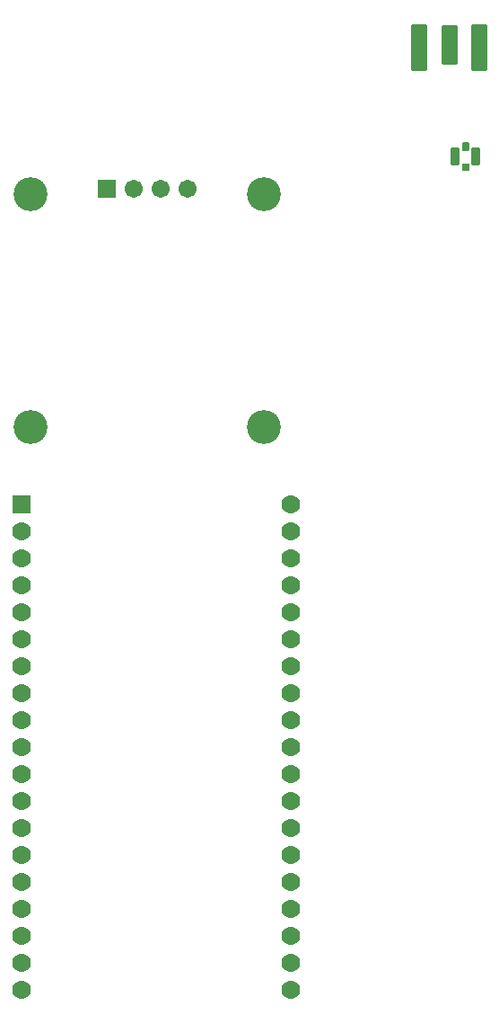
<source format=gbr>
%TF.GenerationSoftware,KiCad,Pcbnew,8.0.8*%
%TF.CreationDate,2025-03-27T02:04:05-07:00*%
%TF.ProjectId,basicPCB,62617369-6350-4434-922e-6b696361645f,rev?*%
%TF.SameCoordinates,Original*%
%TF.FileFunction,Soldermask,Top*%
%TF.FilePolarity,Negative*%
%FSLAX46Y46*%
G04 Gerber Fmt 4.6, Leading zero omitted, Abs format (unit mm)*
G04 Created by KiCad (PCBNEW 8.0.8) date 2025-03-27 02:04:05*
%MOMM*%
%LPD*%
G01*
G04 APERTURE LIST*
G04 Aperture macros list*
%AMRoundRect*
0 Rectangle with rounded corners*
0 $1 Rounding radius*
0 $2 $3 $4 $5 $6 $7 $8 $9 X,Y pos of 4 corners*
0 Add a 4 corners polygon primitive as box body*
4,1,4,$2,$3,$4,$5,$6,$7,$8,$9,$2,$3,0*
0 Add four circle primitives for the rounded corners*
1,1,$1+$1,$2,$3*
1,1,$1+$1,$4,$5*
1,1,$1+$1,$6,$7*
1,1,$1+$1,$8,$9*
0 Add four rect primitives between the rounded corners*
20,1,$1+$1,$2,$3,$4,$5,0*
20,1,$1+$1,$4,$5,$6,$7,0*
20,1,$1+$1,$6,$7,$8,$9,0*
20,1,$1+$1,$8,$9,$2,$3,0*%
G04 Aperture macros list end*
%ADD10RoundRect,0.102000X-0.780000X-0.780000X0.780000X-0.780000X0.780000X0.780000X-0.780000X0.780000X0*%
%ADD11C,1.764000*%
%ADD12RoundRect,0.102000X0.635000X1.800000X-0.635000X1.800000X-0.635000X-1.800000X0.635000X-1.800000X0*%
%ADD13RoundRect,0.102000X0.675000X2.100000X-0.675000X2.100000X-0.675000X-2.100000X0.675000X-2.100000X0*%
%ADD14RoundRect,0.102000X0.250000X0.325000X-0.250000X0.325000X-0.250000X-0.325000X0.250000X-0.325000X0*%
%ADD15RoundRect,0.102000X0.300000X0.750000X-0.300000X0.750000X-0.300000X-0.750000X0.300000X-0.750000X0*%
%ADD16RoundRect,0.102000X0.250000X0.275000X-0.250000X0.275000X-0.250000X-0.275000X0.250000X-0.275000X0*%
%ADD17RoundRect,0.102000X-0.754000X-0.754000X0.754000X-0.754000X0.754000X0.754000X-0.754000X0.754000X0*%
%ADD18C,1.712000*%
%ADD19C,3.204000*%
G04 APERTURE END LIST*
D10*
%TO.C,U1*%
X83100000Y-99280000D03*
D11*
X83100000Y-101820000D03*
X83100000Y-104360000D03*
X83100000Y-106900000D03*
X83100000Y-109440000D03*
X83100000Y-111980000D03*
X83100000Y-114520000D03*
X83100000Y-117060000D03*
X83100000Y-119600000D03*
X83100000Y-122140000D03*
X83100000Y-124680000D03*
X83100000Y-127220000D03*
X83100000Y-129760000D03*
X83100000Y-132300000D03*
X83100000Y-134840000D03*
X83100000Y-137380000D03*
X83100000Y-139920000D03*
X83100000Y-142460000D03*
X83100000Y-145000000D03*
X108500000Y-99280000D03*
X108500000Y-101820000D03*
X108500000Y-104360000D03*
X108500000Y-106900000D03*
X108500000Y-109440000D03*
X108500000Y-111980000D03*
X108500000Y-114520000D03*
X108500000Y-117060000D03*
X108500000Y-119600000D03*
X108500000Y-122140000D03*
X108500000Y-124680000D03*
X108500000Y-127220000D03*
X108500000Y-129760000D03*
X108500000Y-132300000D03*
X108500000Y-134840000D03*
X108500000Y-137380000D03*
X108500000Y-139920000D03*
X108500000Y-142460000D03*
X108500000Y-145000000D03*
%TD*%
D12*
%TO.C,J1*%
X123500000Y-56000000D03*
D13*
X126325000Y-56200000D03*
X120675000Y-56200000D03*
%TD*%
D14*
%TO.C,J2*%
X125000000Y-65525000D03*
D15*
X126000000Y-66500000D03*
D16*
X125000000Y-67525000D03*
D15*
X124000000Y-66500000D03*
%TD*%
D17*
%TO.C,U2*%
X91190000Y-69500000D03*
D18*
X93730000Y-69500000D03*
X96270000Y-69500000D03*
X98810000Y-69500000D03*
D19*
X84000000Y-70000000D03*
X106000000Y-70000000D03*
X106000000Y-92000000D03*
X84000000Y-92000000D03*
%TD*%
M02*

</source>
